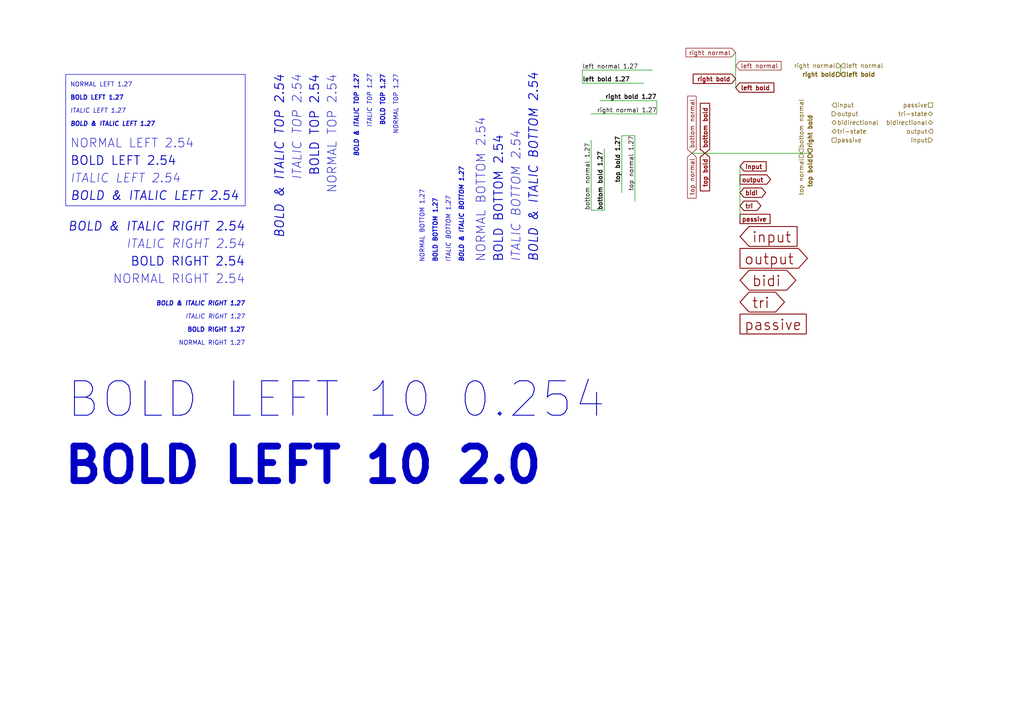
<source format=kicad_sch>
(kicad_sch (version 20221206) (generator eeschema)
  (paper "A4")
  (lib_symbols)
  (wire (pts (xy 214.63 48.26) (xy 214.63 63.5)))
  (wire (pts (xy 190.5 29.21) (xy 190.5 33.02)))
  (polyline (pts (xy 71.12 21.59) (xy 71.12 59.69)))
  (polyline (pts (xy 19.05 21.59) (xy 71.12 21.59)))
  (wire (pts (xy 213.36 15.24) (xy 213.36 25.4)))
  (polyline (pts (xy 71.12 59.69) (xy 19.05 59.69)))
  (wire (pts (xy 180.34 39.37) (xy 184.15 39.37)))
  (wire (pts (xy 168.91 20.32) (xy 168.91 24.13)))
  (wire (pts (xy 184.15 39.37) (xy 184.15 58.42)))
  (wire (pts (xy 200.66 44.45) (xy 234.95 44.45)))
  (wire (pts (xy 190.5 29.21) (xy 173.99 29.21)))
  (wire (pts (xy 180.34 39.37) (xy 180.34 55.88)))
  (wire (pts (xy 189.23 20.32) (xy 168.91 20.32)))
  (wire (pts (xy 171.45 60.96) (xy 175.26 60.96)))
  (wire (pts (xy 190.5 33.02) (xy 171.45 33.02)))
  (wire (pts (xy 186.69 24.13) (xy 168.91 24.13)))
  (wire (pts (xy 243.84 19.05) (xy 243.84 21.59)))
  (wire (pts (xy 175.26 43.18) (xy 175.26 60.96)))
  (wire (pts (xy 171.45 40.64) (xy 171.45 60.96)))
  (polyline (pts (xy 19.05 21.59) (xy 19.05 59.69)))
  (text "ITALIC LEFT 1.27" (at 20.32 33.02 0) (effects (font (size 1.27 1.27) italic) (justify left bottom)))
  (text "ITALIC BOTTOM 2.54" (at 151.13 76.2 90) (effects (font (size 2.54 2.54) italic) (justify left bottom)))
  (text "BOLD LEFT 2.54" (at 20.32 48.26 0) (effects (font (size 2.54 2.54) (thickness 0.254) bold) (justify left bottom)))
  (text "BOLD & ITALIC BOTTOM 1.27" (at 134.62 76.2 90) (effects (font (size 1.27 1.27) (thickness 0.254) bold italic) (justify left bottom)))
  (text "BOLD BOTTOM 2.54" (at 146.05 76.2 90) (effects (font (size 2.54 2.54) (thickness 0.254) bold) (justify left bottom)))
  (text "BOLD LEFT 10 0.254" (at 19.05 121.92 0) (effects (font (size 10 10) (thickness 0.254) bold) (justify left bottom)))
  (text "BOLD & ITALIC RIGHT 1.27" (at 71.12 88.9 0) (effects (font (size 1.27 1.27) (thickness 0.254) bold italic) (justify right bottom)))
  (text "NORMAL RIGHT 1.27" (at 71.12 100.33 0) (effects (font (size 1.27 1.27)) (justify right bottom)))
  (text "ITALIC TOP 2.54" (at 87.63 21.59 90) (effects (font (size 2.54 2.54) italic) (justify right bottom)))
  (text "NORMAL LEFT 1.27" (at 20.32 25.4 0) (effects (font (size 1.27 1.27)) (justify left bottom)))
  (text "BOLD & ITALIC BOTTOM 2.54" (at 156.21 76.2 90) (effects (font (size 2.54 2.54) (thickness 0.254) bold italic) (justify left bottom)))
  (text "BOLD LEFT 10 2.0" (at 17.78 140.97 0) (effects (font (size 10 10) (thickness 2) bold) (justify left bottom)))
  (text "BOLD BOTTOM 1.27" (at 127 76.2 90) (effects (font (size 1.27 1.27) (thickness 0.254) bold) (justify left bottom)))
  (text "ITALIC TOP 1.27" (at 107.95 21.59 90) (effects (font (size 1.27 1.27) italic) (justify right bottom)))
  (text "BOLD & ITALIC RIGHT 2.54" (at 71.12 67.31 0) (effects (font (size 2.54 2.54) (thickness 0.254) bold italic) (justify right bottom)))
  (text "NORMAL BOTTOM 1.27" (at 123.19 76.2 90) (effects (font (size 1.27 1.27)) (justify left bottom)))
  (text "NORMAL TOP 2.54" (at 97.79 21.59 90) (effects (font (size 2.54 2.54)) (justify right bottom)))
  (text "BOLD & ITALIC TOP 1.27" (at 104.14 21.59 90) (effects (font (size 1.27 1.27) (thickness 0.254) bold italic) (justify right bottom)))
  (text "ITALIC RIGHT 1.27" (at 71.12 92.71 0) (effects (font (size 1.27 1.27) italic) (justify right bottom)))
  (text "BOLD TOP 1.27" (at 111.76 21.59 90) (effects (font (size 1.27 1.27) (thickness 0.254) bold) (justify right bottom)))
  (text "ITALIC RIGHT 2.54" (at 71.12 72.39 0) (effects (font (size 2.54 2.54) italic) (justify right bottom)))
  (text "BOLD & ITALIC LEFT 1.27" (at 20.32 36.83 0) (effects (font (size 1.27 1.27) (thickness 0.254) bold italic) (justify left bottom)))
  (text "BOLD & ITALIC LEFT 2.54" (at 20.32 58.42 0) (effects (font (size 2.54 2.54) (thickness 0.254) bold italic) (justify left bottom)))
  (text "NORMAL RIGHT 2.54" (at 71.12 82.55 0) (effects (font (size 2.54 2.54)) (justify right bottom)))
  (text "BOLD & ITALIC TOP 2.54" (at 82.55 21.59 90) (effects (font (size 2.54 2.54) (thickness 0.254) bold italic) (justify right bottom)))
  (text "ITALIC LEFT 2.54" (at 20.32 53.34 0) (effects (font (size 2.54 2.54) italic) (justify left bottom)))
  (text "NORMAL TOP 1.27" (at 115.57 21.59 90) (effects (font (size 1.27 1.27)) (justify right bottom)))
  (text "BOLD RIGHT 2.54" (at 71.12 77.47 0) (effects (font (size 2.54 2.54) (thickness 0.254) bold) (justify right bottom)))
  (text "NORMAL BOTTOM 2.54" (at 140.97 76.2 90) (effects (font (size 2.54 2.54)) (justify left bottom)))
  (text "BOLD RIGHT 1.27" (at 71.12 96.52 0) (effects (font (size 1.27 1.27) (thickness 0.254) bold) (justify right bottom)))
  (text "BOLD TOP 2.54" (at 92.71 21.59 90) (effects (font (size 2.54 2.54) (thickness 0.254) bold) (justify right bottom)))
  (text "BOLD LEFT 1.27" (at 20.32 29.21 0) (effects (font (size 1.27 1.27) (thickness 0.254) bold) (justify left bottom)))
  (text "NORMAL LEFT 2.54" (at 20.32 43.18 0) (effects (font (size 2.54 2.54)) (justify left bottom)))
  (text "ITALIC BOTTOM 1.27" (at 130.81 76.2 90) (effects (font (size 1.27 1.27) italic) (justify left bottom)))
  (label "right bold 1.27" (at 190.5 29.21 180) (effects (font (thickness 0.254) bold)))
  (label "bottom bold 1.27" (at 175.26 60.96 90) (effects (font (thickness 0.254) bold)))
  (label "top bold 1.27" (at 180.34 39.37 270) (effects (font (thickness 0.254) bold)))
  (label "top normal 1.27" (at 184.15 39.37 270))
  (label "right normal 1.27" (at 190.5 33.02 180))
  (label "left bold 1.27" (at 168.91 24.13 0) (effects (font (thickness 0.254) bold)))
  (label "bottom normal 1.27" (at 171.45 60.96 90))
  (label "left normal 1.27" (at 168.91 20.32 0))
  (global_label "passive" (shape passive) (at 214.63 93.98 0) (effects (font (size 3 3) (thickness 0.254) bold)) (property "Intersheetrefs" "${INTERSHEET_REFS}" (effects hide)))
  (global_label "input" (shape input) (at 214.63 48.26 0) (effects (font (thickness 0.254) bold)) (property "Intersheetrefs" "${INTERSHEET_REFS}" (effects hide)))
  (global_label "top bold" (shape input) (at 204.47 44.45 270) (effects (font (thickness 0.254) bold)) (property "Intersheetrefs" "${INTERSHEET_REFS}" (effects hide)))
  (global_label "left bold" (shape input) (at 213.36 25.4 0) (effects (font (thickness 0.254) bold)) (property "Intersheetrefs" "${INTERSHEET_REFS}" (effects hide)))
  (global_label "top normal" (shape input) (at 200.66 44.45 270) (property "Intersheetrefs" "${INTERSHEET_REFS}" (effects hide)))
  (global_label "right bold" (shape input) (at 213.36 22.86 180) (effects (font (thickness 0.254) bold)) (property "Intersheetrefs" "${INTERSHEET_REFS}" (effects hide)))
  (global_label "bidi" (shape bidirectional) (at 214.63 81.28 0) (effects (font (size 3 3) (thickness 0.254) bold)) (property "Intersheetrefs" "${INTERSHEET_REFS}" (effects hide)))
  (global_label "tri" (shape tri_state) (at 214.63 59.69 0) (effects (font (thickness 0.254) bold)) (property "Intersheetrefs" "${INTERSHEET_REFS}" (effects hide)))
  (global_label "bottom normal" (shape input) (at 200.66 44.45 90) (property "Intersheetrefs" "${INTERSHEET_REFS}" (effects hide)))
  (global_label "right normal" (shape input) (at 213.36 15.24 180) (property "Intersheetrefs" "${INTERSHEET_REFS}" (effects hide)))
  (global_label "left normal" (shape input) (at 213.36 19.05 0) (property "Intersheetrefs" "${INTERSHEET_REFS}" (effects hide)))
  (global_label "bottom bold" (shape input) (at 204.47 44.45 90) (effects (font (thickness 0.254) bold)) (property "Intersheetrefs" "${INTERSHEET_REFS}" (effects hide)))
  (global_label "tri" (shape tri_state) (at 214.63 87.63 0) (effects (font (size 3 3) (thickness 0.254) bold)) (property "Intersheetrefs" "${INTERSHEET_REFS}" (effects hide)))
  (global_label "bidi" (shape bidirectional) (at 214.63 55.88 0) (effects (font (thickness 0.254) bold)) (property "Intersheetrefs" "${INTERSHEET_REFS}" (effects hide)))
  (global_label "passive" (shape passive) (at 214.63 63.5 0) (effects (font (thickness 0.254) bold)) (property "Intersheetrefs" "${INTERSHEET_REFS}" (effects hide)))
  (global_label "output" (shape output) (at 214.63 52.07 0) (effects (font (thickness 0.254) bold)) (property "Intersheetrefs" "${INTERSHEET_REFS}" (effects hide)))
  (global_label "input" (shape input) (at 214.63 68.58 0) (effects (font (size 3 3) (thickness 0.254) bold)) (property "Intersheetrefs" "${INTERSHEET_REFS}" (effects hide)))
  (global_label "output" (shape output) (at 214.63 74.93 0) (effects (font (size 3 3) (thickness 0.254) bold)) (property "Intersheetrefs" "${INTERSHEET_REFS}" (effects hide)))
  (hierarchical_label "output" (shape output) (at 241.3 33.02 0))
  (hierarchical_label "left bold" (shape input) (at 243.84 21.59 0) (effects (font (thickness 0.254) bold)))
  (hierarchical_label "top bold" (shape input) (at 234.95 44.45 270) (effects (font (thickness 0.254) bold)))
  (hierarchical_label "bottom normal" (shape input) (at 232.41 44.45 90))
  (hierarchical_label "input" (shape input) (at 270.51 40.64 180))
  (hierarchical_label "input" (shape input) (at 241.3 30.48 0))
  (hierarchical_label "bidirectional" (shape bidirectional) (at 270.51 35.56 180))
  (hierarchical_label "tri-state" (shape tri_state) (at 270.51 33.02 180))
  (hierarchical_label "right normal" (shape input) (at 243.84 19.05 180))
  (hierarchical_label "right bold" (shape input) (at 234.95 44.45 90) (effects (font (thickness 0.254) bold)))
  (hierarchical_label "passive" (shape passive) (at 270.51 30.48 180))
  (hierarchical_label "output" (shape output) (at 270.51 38.1 180))
  (hierarchical_label "tri-state" (shape tri_state) (at 241.3 38.1 0))
  (hierarchical_label "top normal" (shape input) (at 232.41 44.45 270))
  (hierarchical_label "bidirectional" (shape bidirectional) (at 241.3 35.56 0))
  (hierarchical_label "left normal" (shape input) (at 243.84 19.05 0))
  (hierarchical_label "right bold" (shape input) (at 243.84 21.59 180) (effects (font (thickness 0.254) bold)))
  (hierarchical_label "passive" (shape passive) (at 241.3 40.64 0))
)
</source>
